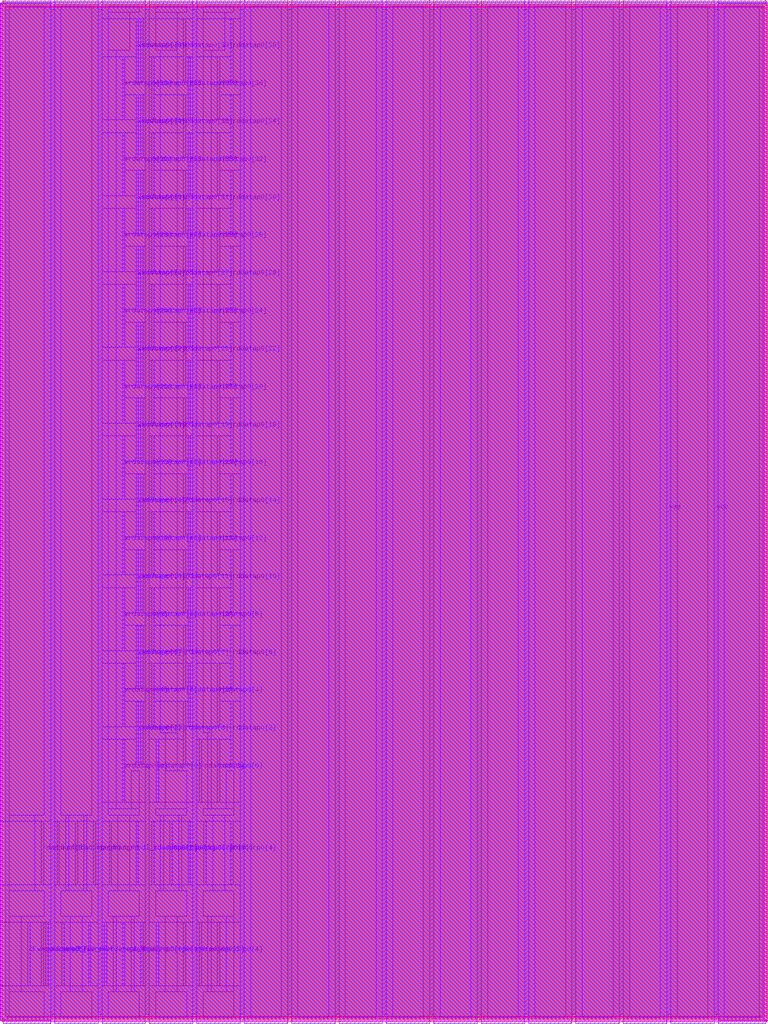
<source format=lef>
VERSION 5.8 ;
BUSBITCHARS "[]" ;
DIVIDERCHAR "/" ;

UNITS
  DATABASE MICRONS 4000 ;
END UNITS

PROPERTYDEFINITIONS
  MACRO hpml_layer STRING ;
  MACRO heml_layer STRING ;
END PROPERTYDEFINITIONS

MACRO arf038b064e1r1w0cbbehraa4acw
  CLASS BLOCK ;
  FOREIGN arf038b064e1r1w0cbbehraa4acw ;
  ORIGIN 0 0 ;
  SIZE 14.4 BY 19.2 ;
  PIN ckrdp0
    DIRECTION INPUT ;
    USE SIGNAL ;
    PORT
      LAYER m7 ;
        RECT 0.984 2.52 1.028 3.72 ;
    END
  END ckrdp0
  PIN ckwrp0
    DIRECTION INPUT ;
    USE SIGNAL ;
    PORT
      LAYER m7 ;
        RECT 0.428 0.6 0.472 1.8 ;
    END
  END ckwrp0
  PIN rdaddrp0[0]
    DIRECTION INPUT ;
    USE SIGNAL ;
    PORT
      LAYER m7 ;
        RECT 2.784 2.52 2.828 3.72 ;
    END
  END rdaddrp0[0]
  PIN rdaddrp0[1]
    DIRECTION INPUT ;
    USE SIGNAL ;
    PORT
      LAYER m7 ;
        RECT 3.128 2.52 3.172 3.72 ;
    END
  END rdaddrp0[1]
  PIN rdaddrp0[2]
    DIRECTION INPUT ;
    USE SIGNAL ;
    PORT
      LAYER m7 ;
        RECT 3.472 2.52 3.516 3.72 ;
    END
  END rdaddrp0[2]
  PIN rdaddrp0[3]
    DIRECTION INPUT ;
    USE SIGNAL ;
    PORT
      LAYER m7 ;
        RECT 3.772 2.52 3.816 3.72 ;
    END
  END rdaddrp0[3]
  PIN rdaddrp0[4]
    DIRECTION INPUT ;
    USE SIGNAL ;
    PORT
      LAYER m7 ;
        RECT 4.284 2.52 4.328 3.72 ;
    END
  END rdaddrp0[4]
  PIN rdaddrp0[5]
    DIRECTION INPUT ;
    USE SIGNAL ;
    PORT
      LAYER m7 ;
        RECT 0.684 2.52 0.728 3.72 ;
    END
  END rdaddrp0[5]
  PIN rdaddrp0_fd
    DIRECTION INPUT ;
    USE SIGNAL ;
    PORT
      LAYER m7 ;
        RECT 1.328 2.52 1.372 3.72 ;
    END
  END rdaddrp0_fd
  PIN rdaddrp0_rd
    DIRECTION INPUT ;
    USE SIGNAL ;
    PORT
      LAYER m7 ;
        RECT 1.672 2.52 1.716 3.72 ;
    END
  END rdaddrp0_rd
  PIN rdenp0
    DIRECTION INPUT ;
    USE SIGNAL ;
    PORT
      LAYER m7 ;
        RECT 1.972 2.52 2.016 3.72 ;
    END
  END rdenp0
  PIN sdl_initp0
    DIRECTION INPUT ;
    USE SIGNAL ;
    PORT
      LAYER m7 ;
        RECT 2.484 2.52 2.528 3.72 ;
    END
  END sdl_initp0
  PIN wraddrp0[0]
    DIRECTION INPUT ;
    USE SIGNAL ;
    PORT
      LAYER m7 ;
        RECT 2.572 0.6 2.616 1.8 ;
    END
  END wraddrp0[0]
  PIN wraddrp0[1]
    DIRECTION INPUT ;
    USE SIGNAL ;
    PORT
      LAYER m7 ;
        RECT 2.872 0.6 2.916 1.8 ;
    END
  END wraddrp0[1]
  PIN wraddrp0[2]
    DIRECTION INPUT ;
    USE SIGNAL ;
    PORT
      LAYER m7 ;
        RECT 3.384 0.6 3.428 1.8 ;
    END
  END wraddrp0[2]
  PIN wraddrp0[3]
    DIRECTION INPUT ;
    USE SIGNAL ;
    PORT
      LAYER m7 ;
        RECT 3.684 0.6 3.728 1.8 ;
    END
  END wraddrp0[3]
  PIN wraddrp0[4]
    DIRECTION INPUT ;
    USE SIGNAL ;
    PORT
      LAYER m7 ;
        RECT 4.028 0.6 4.072 1.8 ;
    END
  END wraddrp0[4]
  PIN wraddrp0[5]
    DIRECTION INPUT ;
    USE SIGNAL ;
    PORT
      LAYER m7 ;
        RECT 0.684 0.6 0.728 1.8 ;
    END
  END wraddrp0[5]
  PIN wraddrp0_fd
    DIRECTION INPUT ;
    USE SIGNAL ;
    PORT
      LAYER m7 ;
        RECT 0.772 0.6 0.816 1.8 ;
    END
  END wraddrp0_fd
  PIN wraddrp0_rd
    DIRECTION INPUT ;
    USE SIGNAL ;
    PORT
      LAYER m7 ;
        RECT 1.072 0.6 1.116 1.8 ;
    END
  END wraddrp0_rd
  PIN wrdatap0[0]
    DIRECTION INPUT ;
    USE SIGNAL ;
    PORT
      LAYER m7 ;
        RECT 2.872 4.08 2.916 5.28 ;
    END
  END wrdatap0[0]
  PIN wrdatap0[10]
    DIRECTION INPUT ;
    USE SIGNAL ;
    PORT
      LAYER m7 ;
        RECT 2.484 7.68 2.528 8.88 ;
    END
  END wrdatap0[10]
  PIN wrdatap0[11]
    DIRECTION INPUT ;
    USE SIGNAL ;
    PORT
      LAYER m7 ;
        RECT 2.572 7.68 2.616 8.88 ;
    END
  END wrdatap0[11]
  PIN wrdatap0[12]
    DIRECTION INPUT ;
    USE SIGNAL ;
    PORT
      LAYER m7 ;
        RECT 2.228 8.4 2.272 9.6 ;
    END
  END wrdatap0[12]
  PIN wrdatap0[13]
    DIRECTION INPUT ;
    USE SIGNAL ;
    PORT
      LAYER m7 ;
        RECT 2.784 8.4 2.828 9.6 ;
    END
  END wrdatap0[13]
  PIN wrdatap0[14]
    DIRECTION INPUT ;
    USE SIGNAL ;
    PORT
      LAYER m7 ;
        RECT 2.484 9.12 2.528 10.32 ;
    END
  END wrdatap0[14]
  PIN wrdatap0[15]
    DIRECTION INPUT ;
    USE SIGNAL ;
    PORT
      LAYER m7 ;
        RECT 2.572 9.12 2.616 10.32 ;
    END
  END wrdatap0[15]
  PIN wrdatap0[16]
    DIRECTION INPUT ;
    USE SIGNAL ;
    PORT
      LAYER m7 ;
        RECT 2.228 9.84 2.272 11.04 ;
    END
  END wrdatap0[16]
  PIN wrdatap0[17]
    DIRECTION INPUT ;
    USE SIGNAL ;
    PORT
      LAYER m7 ;
        RECT 2.784 9.84 2.828 11.04 ;
    END
  END wrdatap0[17]
  PIN wrdatap0[18]
    DIRECTION INPUT ;
    USE SIGNAL ;
    PORT
      LAYER m7 ;
        RECT 2.484 10.56 2.528 11.76 ;
    END
  END wrdatap0[18]
  PIN wrdatap0[19]
    DIRECTION INPUT ;
    USE SIGNAL ;
    PORT
      LAYER m7 ;
        RECT 2.572 10.56 2.616 11.76 ;
    END
  END wrdatap0[19]
  PIN wrdatap0[1]
    DIRECTION INPUT ;
    USE SIGNAL ;
    PORT
      LAYER m7 ;
        RECT 2.228 4.08 2.272 5.28 ;
    END
  END wrdatap0[1]
  PIN wrdatap0[20]
    DIRECTION INPUT ;
    USE SIGNAL ;
    PORT
      LAYER m7 ;
        RECT 2.228 11.28 2.272 12.48 ;
    END
  END wrdatap0[20]
  PIN wrdatap0[21]
    DIRECTION INPUT ;
    USE SIGNAL ;
    PORT
      LAYER m7 ;
        RECT 2.784 11.28 2.828 12.48 ;
    END
  END wrdatap0[21]
  PIN wrdatap0[22]
    DIRECTION INPUT ;
    USE SIGNAL ;
    PORT
      LAYER m7 ;
        RECT 2.484 12 2.528 13.2 ;
    END
  END wrdatap0[22]
  PIN wrdatap0[23]
    DIRECTION INPUT ;
    USE SIGNAL ;
    PORT
      LAYER m7 ;
        RECT 2.572 12 2.616 13.2 ;
    END
  END wrdatap0[23]
  PIN wrdatap0[24]
    DIRECTION INPUT ;
    USE SIGNAL ;
    PORT
      LAYER m7 ;
        RECT 2.228 12.72 2.272 13.92 ;
    END
  END wrdatap0[24]
  PIN wrdatap0[25]
    DIRECTION INPUT ;
    USE SIGNAL ;
    PORT
      LAYER m7 ;
        RECT 2.784 12.72 2.828 13.92 ;
    END
  END wrdatap0[25]
  PIN wrdatap0[26]
    DIRECTION INPUT ;
    USE SIGNAL ;
    PORT
      LAYER m7 ;
        RECT 2.484 13.44 2.528 14.64 ;
    END
  END wrdatap0[26]
  PIN wrdatap0[27]
    DIRECTION INPUT ;
    USE SIGNAL ;
    PORT
      LAYER m7 ;
        RECT 2.572 13.44 2.616 14.64 ;
    END
  END wrdatap0[27]
  PIN wrdatap0[28]
    DIRECTION INPUT ;
    USE SIGNAL ;
    PORT
      LAYER m7 ;
        RECT 2.228 14.16 2.272 15.36 ;
    END
  END wrdatap0[28]
  PIN wrdatap0[29]
    DIRECTION INPUT ;
    USE SIGNAL ;
    PORT
      LAYER m7 ;
        RECT 2.784 14.16 2.828 15.36 ;
    END
  END wrdatap0[29]
  PIN wrdatap0[2]
    DIRECTION INPUT ;
    USE SIGNAL ;
    PORT
      LAYER m7 ;
        RECT 2.484 4.8 2.528 6 ;
    END
  END wrdatap0[2]
  PIN wrdatap0[30]
    DIRECTION INPUT ;
    USE SIGNAL ;
    PORT
      LAYER m7 ;
        RECT 2.484 14.88 2.528 16.08 ;
    END
  END wrdatap0[30]
  PIN wrdatap0[31]
    DIRECTION INPUT ;
    USE SIGNAL ;
    PORT
      LAYER m7 ;
        RECT 2.572 14.88 2.616 16.08 ;
    END
  END wrdatap0[31]
  PIN wrdatap0[32]
    DIRECTION INPUT ;
    USE SIGNAL ;
    PORT
      LAYER m7 ;
        RECT 2.228 15.6 2.272 16.8 ;
    END
  END wrdatap0[32]
  PIN wrdatap0[33]
    DIRECTION INPUT ;
    USE SIGNAL ;
    PORT
      LAYER m7 ;
        RECT 2.784 15.6 2.828 16.8 ;
    END
  END wrdatap0[33]
  PIN wrdatap0[34]
    DIRECTION INPUT ;
    USE SIGNAL ;
    PORT
      LAYER m7 ;
        RECT 2.484 16.32 2.528 17.52 ;
    END
  END wrdatap0[34]
  PIN wrdatap0[35]
    DIRECTION INPUT ;
    USE SIGNAL ;
    PORT
      LAYER m7 ;
        RECT 2.572 16.32 2.616 17.52 ;
    END
  END wrdatap0[35]
  PIN wrdatap0[36]
    DIRECTION INPUT ;
    USE SIGNAL ;
    PORT
      LAYER m7 ;
        RECT 2.228 17.04 2.272 18.24 ;
    END
  END wrdatap0[36]
  PIN wrdatap0[37]
    DIRECTION INPUT ;
    USE SIGNAL ;
    PORT
      LAYER m7 ;
        RECT 2.784 17.04 2.828 18.24 ;
    END
  END wrdatap0[37]
  PIN wrdatap0[38]
    DIRECTION INPUT ;
    USE SIGNAL ;
    PORT
      LAYER m7 ;
        RECT 2.484 17.76 2.528 18.96 ;
    END
  END wrdatap0[38]
  PIN wrdatap0[39]
    DIRECTION INPUT ;
    USE SIGNAL ;
    PORT
      LAYER m7 ;
        RECT 2.572 17.76 2.616 18.96 ;
    END
  END wrdatap0[39]
  PIN wrdatap0[3]
    DIRECTION INPUT ;
    USE SIGNAL ;
    PORT
      LAYER m7 ;
        RECT 2.572 4.8 2.616 6 ;
    END
  END wrdatap0[3]
  PIN wrdatap0[4]
    DIRECTION INPUT ;
    USE SIGNAL ;
    PORT
      LAYER m7 ;
        RECT 2.228 5.52 2.272 6.72 ;
    END
  END wrdatap0[4]
  PIN wrdatap0[5]
    DIRECTION INPUT ;
    USE SIGNAL ;
    PORT
      LAYER m7 ;
        RECT 2.784 5.52 2.828 6.72 ;
    END
  END wrdatap0[5]
  PIN wrdatap0[6]
    DIRECTION INPUT ;
    USE SIGNAL ;
    PORT
      LAYER m7 ;
        RECT 2.484 6.24 2.528 7.44 ;
    END
  END wrdatap0[6]
  PIN wrdatap0[7]
    DIRECTION INPUT ;
    USE SIGNAL ;
    PORT
      LAYER m7 ;
        RECT 2.572 6.24 2.616 7.44 ;
    END
  END wrdatap0[7]
  PIN wrdatap0[8]
    DIRECTION INPUT ;
    USE SIGNAL ;
    PORT
      LAYER m7 ;
        RECT 2.228 6.96 2.272 8.16 ;
    END
  END wrdatap0[8]
  PIN wrdatap0[9]
    DIRECTION INPUT ;
    USE SIGNAL ;
    PORT
      LAYER m7 ;
        RECT 2.784 6.96 2.828 8.16 ;
    END
  END wrdatap0[9]
  PIN wrdatap0_fd
    DIRECTION INPUT ;
    USE SIGNAL ;
    PORT
      LAYER m7 ;
        RECT 1.884 0.6 1.928 1.8 ;
    END
  END wrdatap0_fd
  PIN wrdatap0_rd
    DIRECTION INPUT ;
    USE SIGNAL ;
    PORT
      LAYER m7 ;
        RECT 2.228 0.6 2.272 1.8 ;
    END
  END wrdatap0_rd
  PIN wrenp0
    DIRECTION INPUT ;
    USE SIGNAL ;
    PORT
      LAYER m7 ;
        RECT 1.584 0.6 1.628 1.8 ;
    END
  END wrenp0
  PIN rddatap0[0]
    DIRECTION OUTPUT ;
    USE SIGNAL ;
    PORT
      LAYER m7 ;
        RECT 4.028 4.08 4.072 5.28 ;
    END
  END rddatap0[0]
  PIN rddatap0[10]
    DIRECTION OUTPUT ;
    USE SIGNAL ;
    PORT
      LAYER m7 ;
        RECT 4.284 7.68 4.328 8.88 ;
    END
  END rddatap0[10]
  PIN rddatap0[11]
    DIRECTION OUTPUT ;
    USE SIGNAL ;
    PORT
      LAYER m7 ;
        RECT 3.384 7.68 3.428 8.88 ;
    END
  END rddatap0[11]
  PIN rddatap0[12]
    DIRECTION OUTPUT ;
    USE SIGNAL ;
    PORT
      LAYER m7 ;
        RECT 4.028 8.4 4.072 9.6 ;
    END
  END rddatap0[12]
  PIN rddatap0[13]
    DIRECTION OUTPUT ;
    USE SIGNAL ;
    PORT
      LAYER m7 ;
        RECT 3.472 8.4 3.516 9.6 ;
    END
  END rddatap0[13]
  PIN rddatap0[14]
    DIRECTION OUTPUT ;
    USE SIGNAL ;
    PORT
      LAYER m7 ;
        RECT 4.284 9.12 4.328 10.32 ;
    END
  END rddatap0[14]
  PIN rddatap0[15]
    DIRECTION OUTPUT ;
    USE SIGNAL ;
    PORT
      LAYER m7 ;
        RECT 3.384 9.12 3.428 10.32 ;
    END
  END rddatap0[15]
  PIN rddatap0[16]
    DIRECTION OUTPUT ;
    USE SIGNAL ;
    PORT
      LAYER m7 ;
        RECT 4.028 9.84 4.072 11.04 ;
    END
  END rddatap0[16]
  PIN rddatap0[17]
    DIRECTION OUTPUT ;
    USE SIGNAL ;
    PORT
      LAYER m7 ;
        RECT 3.472 9.84 3.516 11.04 ;
    END
  END rddatap0[17]
  PIN rddatap0[18]
    DIRECTION OUTPUT ;
    USE SIGNAL ;
    PORT
      LAYER m7 ;
        RECT 4.284 10.56 4.328 11.76 ;
    END
  END rddatap0[18]
  PIN rddatap0[19]
    DIRECTION OUTPUT ;
    USE SIGNAL ;
    PORT
      LAYER m7 ;
        RECT 3.384 10.56 3.428 11.76 ;
    END
  END rddatap0[19]
  PIN rddatap0[1]
    DIRECTION OUTPUT ;
    USE SIGNAL ;
    PORT
      LAYER m7 ;
        RECT 3.684 4.08 3.728 5.28 ;
    END
  END rddatap0[1]
  PIN rddatap0[20]
    DIRECTION OUTPUT ;
    USE SIGNAL ;
    PORT
      LAYER m7 ;
        RECT 4.028 11.28 4.072 12.48 ;
    END
  END rddatap0[20]
  PIN rddatap0[21]
    DIRECTION OUTPUT ;
    USE SIGNAL ;
    PORT
      LAYER m7 ;
        RECT 3.472 11.28 3.516 12.48 ;
    END
  END rddatap0[21]
  PIN rddatap0[22]
    DIRECTION OUTPUT ;
    USE SIGNAL ;
    PORT
      LAYER m7 ;
        RECT 4.284 12 4.328 13.2 ;
    END
  END rddatap0[22]
  PIN rddatap0[23]
    DIRECTION OUTPUT ;
    USE SIGNAL ;
    PORT
      LAYER m7 ;
        RECT 3.384 12 3.428 13.2 ;
    END
  END rddatap0[23]
  PIN rddatap0[24]
    DIRECTION OUTPUT ;
    USE SIGNAL ;
    PORT
      LAYER m7 ;
        RECT 4.028 12.72 4.072 13.92 ;
    END
  END rddatap0[24]
  PIN rddatap0[25]
    DIRECTION OUTPUT ;
    USE SIGNAL ;
    PORT
      LAYER m7 ;
        RECT 3.472 12.72 3.516 13.92 ;
    END
  END rddatap0[25]
  PIN rddatap0[26]
    DIRECTION OUTPUT ;
    USE SIGNAL ;
    PORT
      LAYER m7 ;
        RECT 4.284 13.44 4.328 14.64 ;
    END
  END rddatap0[26]
  PIN rddatap0[27]
    DIRECTION OUTPUT ;
    USE SIGNAL ;
    PORT
      LAYER m7 ;
        RECT 3.384 13.44 3.428 14.64 ;
    END
  END rddatap0[27]
  PIN rddatap0[28]
    DIRECTION OUTPUT ;
    USE SIGNAL ;
    PORT
      LAYER m7 ;
        RECT 4.028 14.16 4.072 15.36 ;
    END
  END rddatap0[28]
  PIN rddatap0[29]
    DIRECTION OUTPUT ;
    USE SIGNAL ;
    PORT
      LAYER m7 ;
        RECT 3.472 14.16 3.516 15.36 ;
    END
  END rddatap0[29]
  PIN rddatap0[2]
    DIRECTION OUTPUT ;
    USE SIGNAL ;
    PORT
      LAYER m7 ;
        RECT 4.284 4.8 4.328 6 ;
    END
  END rddatap0[2]
  PIN rddatap0[30]
    DIRECTION OUTPUT ;
    USE SIGNAL ;
    PORT
      LAYER m7 ;
        RECT 4.284 14.88 4.328 16.08 ;
    END
  END rddatap0[30]
  PIN rddatap0[31]
    DIRECTION OUTPUT ;
    USE SIGNAL ;
    PORT
      LAYER m7 ;
        RECT 3.384 14.88 3.428 16.08 ;
    END
  END rddatap0[31]
  PIN rddatap0[32]
    DIRECTION OUTPUT ;
    USE SIGNAL ;
    PORT
      LAYER m7 ;
        RECT 4.028 15.6 4.072 16.8 ;
    END
  END rddatap0[32]
  PIN rddatap0[33]
    DIRECTION OUTPUT ;
    USE SIGNAL ;
    PORT
      LAYER m7 ;
        RECT 3.472 15.6 3.516 16.8 ;
    END
  END rddatap0[33]
  PIN rddatap0[34]
    DIRECTION OUTPUT ;
    USE SIGNAL ;
    PORT
      LAYER m7 ;
        RECT 4.284 16.32 4.328 17.52 ;
    END
  END rddatap0[34]
  PIN rddatap0[35]
    DIRECTION OUTPUT ;
    USE SIGNAL ;
    PORT
      LAYER m7 ;
        RECT 3.384 16.32 3.428 17.52 ;
    END
  END rddatap0[35]
  PIN rddatap0[36]
    DIRECTION OUTPUT ;
    USE SIGNAL ;
    PORT
      LAYER m7 ;
        RECT 4.028 17.04 4.072 18.24 ;
    END
  END rddatap0[36]
  PIN rddatap0[37]
    DIRECTION OUTPUT ;
    USE SIGNAL ;
    PORT
      LAYER m7 ;
        RECT 3.472 17.04 3.516 18.24 ;
    END
  END rddatap0[37]
  PIN rddatap0[38]
    DIRECTION OUTPUT ;
    USE SIGNAL ;
    PORT
      LAYER m7 ;
        RECT 4.284 17.76 4.328 18.96 ;
    END
  END rddatap0[38]
  PIN rddatap0[39]
    DIRECTION OUTPUT ;
    USE SIGNAL ;
    PORT
      LAYER m7 ;
        RECT 3.384 17.76 3.428 18.96 ;
    END
  END rddatap0[39]
  PIN rddatap0[3]
    DIRECTION OUTPUT ;
    USE SIGNAL ;
    PORT
      LAYER m7 ;
        RECT 3.384 4.8 3.428 6 ;
    END
  END rddatap0[3]
  PIN rddatap0[4]
    DIRECTION OUTPUT ;
    USE SIGNAL ;
    PORT
      LAYER m7 ;
        RECT 4.028 5.52 4.072 6.72 ;
    END
  END rddatap0[4]
  PIN rddatap0[5]
    DIRECTION OUTPUT ;
    USE SIGNAL ;
    PORT
      LAYER m7 ;
        RECT 3.472 5.52 3.516 6.72 ;
    END
  END rddatap0[5]
  PIN rddatap0[6]
    DIRECTION OUTPUT ;
    USE SIGNAL ;
    PORT
      LAYER m7 ;
        RECT 4.284 6.24 4.328 7.44 ;
    END
  END rddatap0[6]
  PIN rddatap0[7]
    DIRECTION OUTPUT ;
    USE SIGNAL ;
    PORT
      LAYER m7 ;
        RECT 3.384 6.24 3.428 7.44 ;
    END
  END rddatap0[7]
  PIN rddatap0[8]
    DIRECTION OUTPUT ;
    USE SIGNAL ;
    PORT
      LAYER m7 ;
        RECT 4.028 6.96 4.072 8.16 ;
    END
  END rddatap0[8]
  PIN rddatap0[9]
    DIRECTION OUTPUT ;
    USE SIGNAL ;
    PORT
      LAYER m7 ;
        RECT 3.472 6.96 3.516 8.16 ;
    END
  END rddatap0[9]
  PIN vcc
    DIRECTION INPUT ;
    USE POWER ;
    PORT
      LAYER m7 ;
        RECT 0.862 0.06 0.938 19.14 ;
        RECT 2.662 0.06 2.738 19.14 ;
        RECT 4.462 0.06 4.538 19.14 ;
        RECT 6.262 0.06 6.338 19.14 ;
        RECT 8.062 0.06 8.138 19.14 ;
        RECT 9.862 0.06 9.938 19.14 ;
        RECT 11.662 0.06 11.738 19.14 ;
        RECT 13.462 0.06 13.538 19.14 ;
    END
  END vcc
  PIN vss
    DIRECTION INOUT ;
    USE GROUND ;
    PORT
      LAYER m7 ;
        RECT 1.762 0.06 1.838 19.14 ;
        RECT 3.562 0.06 3.638 19.14 ;
        RECT 5.362 0.06 5.438 19.14 ;
        RECT 7.162 0.06 7.238 19.14 ;
        RECT 8.962 0.06 9.038 19.14 ;
        RECT 10.762 0.06 10.838 19.14 ;
        RECT 12.562 0.06 12.638 19.14 ;
    END
  END vss
  OBS
    LAYER m0 SPACING 0 ;
      RECT -0.016 -0.014 14.416 19.214 ;
    LAYER m1 SPACING 0 ;
      RECT -0.02 -0.02 14.42 19.22 ;
    LAYER m2 SPACING 0 ;
      RECT -0.0705 -0.038 14.4705 19.238 ;
    LAYER m3 SPACING 0 ;
      RECT -0.035 -0.07 14.435 19.27 ;
    LAYER m4 SPACING 0 ;
      RECT -0.07 -0.038 14.47 19.238 ;
    LAYER m5 SPACING 0 ;
      RECT -0.059 -0.09 14.459 19.29 ;
    LAYER m6 SPACING 0 ;
      RECT -0.09 -0.062 14.49 19.262 ;
    LAYER m7 SPACING 0 ;
      RECT 13.538 19.26 14.44 19.32 ;
      RECT 13.538 -0.06 14.492 19.26 ;
      RECT 13.538 -0.12 14.44 -0.06 ;
      RECT 12.638 -0.12 13.462 19.32 ;
      RECT 11.738 -0.12 12.562 19.32 ;
      RECT 10.838 -0.12 11.662 19.32 ;
      RECT 9.938 -0.12 10.762 19.32 ;
      RECT 9.038 -0.12 9.862 19.32 ;
      RECT 8.138 -0.12 8.962 19.32 ;
      RECT 7.238 -0.12 8.062 19.32 ;
      RECT 6.338 -0.12 7.162 19.32 ;
      RECT 5.438 -0.12 6.262 19.32 ;
      RECT 4.538 -0.12 5.362 19.32 ;
      RECT 3.638 18.96 4.462 19.32 ;
      RECT 3.638 18.24 4.284 18.96 ;
      RECT 4.328 17.76 4.462 18.96 ;
      RECT 4.072 17.76 4.284 18.24 ;
      RECT 4.072 17.52 4.462 17.76 ;
      RECT 3.638 17.04 4.028 18.24 ;
      RECT 4.072 17.04 4.284 17.52 ;
      RECT 3.638 16.8 4.284 17.04 ;
      RECT 4.328 16.32 4.462 17.52 ;
      RECT 4.072 16.32 4.284 16.8 ;
      RECT 4.072 16.08 4.462 16.32 ;
      RECT 3.638 15.6 4.028 16.8 ;
      RECT 4.072 15.6 4.284 16.08 ;
      RECT 3.638 15.36 4.284 15.6 ;
      RECT 4.328 14.88 4.462 16.08 ;
      RECT 4.072 14.88 4.284 15.36 ;
      RECT 4.072 14.64 4.462 14.88 ;
      RECT 3.638 14.16 4.028 15.36 ;
      RECT 4.072 14.16 4.284 14.64 ;
      RECT 3.638 13.92 4.284 14.16 ;
      RECT 4.328 13.44 4.462 14.64 ;
      RECT 4.072 13.44 4.284 13.92 ;
      RECT 4.072 13.2 4.462 13.44 ;
      RECT 3.638 12.72 4.028 13.92 ;
      RECT 4.072 12.72 4.284 13.2 ;
      RECT 3.638 12.48 4.284 12.72 ;
      RECT 4.328 12 4.462 13.2 ;
      RECT 4.072 12 4.284 12.48 ;
      RECT 4.072 11.76 4.462 12 ;
      RECT 3.638 11.28 4.028 12.48 ;
      RECT 4.072 11.28 4.284 11.76 ;
      RECT 3.638 11.04 4.284 11.28 ;
      RECT 4.328 10.56 4.462 11.76 ;
      RECT 4.072 10.56 4.284 11.04 ;
      RECT 4.072 10.32 4.462 10.56 ;
      RECT 3.638 9.84 4.028 11.04 ;
      RECT 4.072 9.84 4.284 10.32 ;
      RECT 3.638 9.6 4.284 9.84 ;
      RECT 4.328 9.12 4.462 10.32 ;
      RECT 4.072 9.12 4.284 9.6 ;
      RECT 4.072 8.88 4.462 9.12 ;
      RECT 3.638 8.4 4.028 9.6 ;
      RECT 4.072 8.4 4.284 8.88 ;
      RECT 3.638 8.16 4.284 8.4 ;
      RECT 4.328 7.68 4.462 8.88 ;
      RECT 4.072 7.68 4.284 8.16 ;
      RECT 4.072 7.44 4.462 7.68 ;
      RECT 3.638 6.96 4.028 8.16 ;
      RECT 4.072 6.96 4.284 7.44 ;
      RECT 3.638 6.72 4.284 6.96 ;
      RECT 4.328 6.24 4.462 7.44 ;
      RECT 4.072 6.24 4.284 6.72 ;
      RECT 4.072 6 4.462 6.24 ;
      RECT 3.638 5.52 4.028 6.72 ;
      RECT 4.072 5.52 4.284 6 ;
      RECT 3.638 5.28 4.284 5.52 ;
      RECT 4.328 4.8 4.462 6 ;
      RECT 4.072 4.8 4.284 5.28 ;
      RECT 3.638 4.08 3.684 5.28 ;
      RECT 3.728 4.08 4.028 5.28 ;
      RECT 4.072 4.08 4.462 4.8 ;
      RECT 3.638 3.72 4.462 4.08 ;
      RECT 3.638 2.52 3.772 3.72 ;
      RECT 3.816 2.52 4.284 3.72 ;
      RECT 4.328 2.52 4.462 3.72 ;
      RECT 3.638 1.8 4.462 2.52 ;
      RECT 3.638 0.6 3.684 1.8 ;
      RECT 3.728 0.6 4.028 1.8 ;
      RECT 4.072 0.6 4.462 1.8 ;
      RECT 3.638 -0.12 4.462 0.6 ;
      RECT 2.738 18.96 3.562 19.32 ;
      RECT 2.738 18.24 3.384 18.96 ;
      RECT 3.428 18.24 3.562 18.96 ;
      RECT 2.828 17.76 3.384 18.24 ;
      RECT 3.428 17.76 3.472 18.24 ;
      RECT 2.828 17.52 3.472 17.76 ;
      RECT 2.738 17.04 2.784 18.24 ;
      RECT 3.516 17.04 3.562 18.24 ;
      RECT 2.828 17.04 3.384 17.52 ;
      RECT 3.428 17.04 3.472 17.52 ;
      RECT 2.738 16.8 3.384 17.04 ;
      RECT 3.428 16.8 3.562 17.04 ;
      RECT 2.828 16.32 3.384 16.8 ;
      RECT 3.428 16.32 3.472 16.8 ;
      RECT 2.828 16.08 3.472 16.32 ;
      RECT 2.738 15.6 2.784 16.8 ;
      RECT 3.516 15.6 3.562 16.8 ;
      RECT 2.828 15.6 3.384 16.08 ;
      RECT 3.428 15.6 3.472 16.08 ;
      RECT 2.738 15.36 3.384 15.6 ;
      RECT 3.428 15.36 3.562 15.6 ;
      RECT 2.828 14.88 3.384 15.36 ;
      RECT 3.428 14.88 3.472 15.36 ;
      RECT 2.828 14.64 3.472 14.88 ;
      RECT 2.738 14.16 2.784 15.36 ;
      RECT 3.516 14.16 3.562 15.36 ;
      RECT 2.828 14.16 3.384 14.64 ;
      RECT 3.428 14.16 3.472 14.64 ;
      RECT 2.738 13.92 3.384 14.16 ;
      RECT 3.428 13.92 3.562 14.16 ;
      RECT 2.828 13.44 3.384 13.92 ;
      RECT 3.428 13.44 3.472 13.92 ;
      RECT 2.828 13.2 3.472 13.44 ;
      RECT 2.738 12.72 2.784 13.92 ;
      RECT 3.516 12.72 3.562 13.92 ;
      RECT 2.828 12.72 3.384 13.2 ;
      RECT 3.428 12.72 3.472 13.2 ;
      RECT 2.738 12.48 3.384 12.72 ;
      RECT 3.428 12.48 3.562 12.72 ;
      RECT 2.828 12 3.384 12.48 ;
      RECT 3.428 12 3.472 12.48 ;
      RECT 2.828 11.76 3.472 12 ;
      RECT 2.738 11.28 2.784 12.48 ;
      RECT 3.516 11.28 3.562 12.48 ;
      RECT 2.828 11.28 3.384 11.76 ;
      RECT 3.428 11.28 3.472 11.76 ;
      RECT 2.738 11.04 3.384 11.28 ;
      RECT 3.428 11.04 3.562 11.28 ;
      RECT 2.828 10.56 3.384 11.04 ;
      RECT 3.428 10.56 3.472 11.04 ;
      RECT 2.828 10.32 3.472 10.56 ;
      RECT 2.738 9.84 2.784 11.04 ;
      RECT 3.516 9.84 3.562 11.04 ;
      RECT 2.828 9.84 3.384 10.32 ;
      RECT 3.428 9.84 3.472 10.32 ;
      RECT 2.738 9.6 3.384 9.84 ;
      RECT 3.428 9.6 3.562 9.84 ;
      RECT 2.828 9.12 3.384 9.6 ;
      RECT 3.428 9.12 3.472 9.6 ;
      RECT 2.828 8.88 3.472 9.12 ;
      RECT 2.738 8.4 2.784 9.6 ;
      RECT 3.516 8.4 3.562 9.6 ;
      RECT 2.828 8.4 3.384 8.88 ;
      RECT 3.428 8.4 3.472 8.88 ;
      RECT 2.738 8.16 3.384 8.4 ;
      RECT 3.428 8.16 3.562 8.4 ;
      RECT 2.828 7.68 3.384 8.16 ;
      RECT 3.428 7.68 3.472 8.16 ;
      RECT 2.828 7.44 3.472 7.68 ;
      RECT 2.738 6.96 2.784 8.16 ;
      RECT 3.516 6.96 3.562 8.16 ;
      RECT 2.828 6.96 3.384 7.44 ;
      RECT 3.428 6.96 3.472 7.44 ;
      RECT 2.738 6.72 3.384 6.96 ;
      RECT 3.428 6.72 3.562 6.96 ;
      RECT 2.828 6.24 3.384 6.72 ;
      RECT 3.428 6.24 3.472 6.72 ;
      RECT 2.828 6 3.472 6.24 ;
      RECT 2.738 5.52 2.784 6.72 ;
      RECT 3.516 5.52 3.562 6.72 ;
      RECT 2.828 5.52 3.384 6 ;
      RECT 3.428 5.52 3.472 6 ;
      RECT 2.738 5.28 3.384 5.52 ;
      RECT 3.428 4.8 3.562 5.52 ;
      RECT 2.916 4.8 3.384 5.28 ;
      RECT 2.738 4.08 2.872 5.28 ;
      RECT 2.916 4.08 3.562 4.8 ;
      RECT 2.738 3.72 3.562 4.08 ;
      RECT 2.738 2.52 2.784 3.72 ;
      RECT 2.828 2.52 3.128 3.72 ;
      RECT 3.172 2.52 3.472 3.72 ;
      RECT 3.516 2.52 3.562 3.72 ;
      RECT 2.738 1.8 3.562 2.52 ;
      RECT 2.738 0.6 2.872 1.8 ;
      RECT 2.916 0.6 3.384 1.8 ;
      RECT 3.428 0.6 3.562 1.8 ;
      RECT 2.738 -0.12 3.562 0.6 ;
      RECT 1.838 18.96 2.662 19.32 ;
      RECT 1.838 18.24 2.484 18.96 ;
      RECT 2.528 17.76 2.572 18.96 ;
      RECT 2.616 17.76 2.662 18.96 ;
      RECT 2.272 17.76 2.484 18.24 ;
      RECT 2.272 17.52 2.662 17.76 ;
      RECT 1.838 17.04 2.228 18.24 ;
      RECT 2.272 17.04 2.484 17.52 ;
      RECT 1.838 16.8 2.484 17.04 ;
      RECT 2.528 16.32 2.572 17.52 ;
      RECT 2.616 16.32 2.662 17.52 ;
      RECT 2.272 16.32 2.484 16.8 ;
      RECT 2.272 16.08 2.662 16.32 ;
      RECT 1.838 15.6 2.228 16.8 ;
      RECT 2.272 15.6 2.484 16.08 ;
      RECT 1.838 15.36 2.484 15.6 ;
      RECT 2.528 14.88 2.572 16.08 ;
      RECT 2.616 14.88 2.662 16.08 ;
      RECT 2.272 14.88 2.484 15.36 ;
      RECT 2.272 14.64 2.662 14.88 ;
      RECT 1.838 14.16 2.228 15.36 ;
      RECT 2.272 14.16 2.484 14.64 ;
      RECT 1.838 13.92 2.484 14.16 ;
      RECT 2.528 13.44 2.572 14.64 ;
      RECT 2.616 13.44 2.662 14.64 ;
      RECT 2.272 13.44 2.484 13.92 ;
      RECT 2.272 13.2 2.662 13.44 ;
      RECT 1.838 12.72 2.228 13.92 ;
      RECT 2.272 12.72 2.484 13.2 ;
      RECT 1.838 12.48 2.484 12.72 ;
      RECT 2.528 12 2.572 13.2 ;
      RECT 2.616 12 2.662 13.2 ;
      RECT 2.272 12 2.484 12.48 ;
      RECT 2.272 11.76 2.662 12 ;
      RECT 1.838 11.28 2.228 12.48 ;
      RECT 2.272 11.28 2.484 11.76 ;
      RECT 1.838 11.04 2.484 11.28 ;
      RECT 2.528 10.56 2.572 11.76 ;
      RECT 2.616 10.56 2.662 11.76 ;
      RECT 2.272 10.56 2.484 11.04 ;
      RECT 2.272 10.32 2.662 10.56 ;
      RECT 1.838 9.84 2.228 11.04 ;
      RECT 2.272 9.84 2.484 10.32 ;
      RECT 1.838 9.6 2.484 9.84 ;
      RECT 2.528 9.12 2.572 10.32 ;
      RECT 2.616 9.12 2.662 10.32 ;
      RECT 2.272 9.12 2.484 9.6 ;
      RECT 2.272 8.88 2.662 9.12 ;
      RECT 1.838 8.4 2.228 9.6 ;
      RECT 2.272 8.4 2.484 8.88 ;
      RECT 1.838 8.16 2.484 8.4 ;
      RECT 2.528 7.68 2.572 8.88 ;
      RECT 2.616 7.68 2.662 8.88 ;
      RECT 2.272 7.68 2.484 8.16 ;
      RECT 2.272 7.44 2.662 7.68 ;
      RECT 1.838 6.96 2.228 8.16 ;
      RECT 2.272 6.96 2.484 7.44 ;
      RECT 1.838 6.72 2.484 6.96 ;
      RECT 2.528 6.24 2.572 7.44 ;
      RECT 2.616 6.24 2.662 7.44 ;
      RECT 2.272 6.24 2.484 6.72 ;
      RECT 2.272 6 2.662 6.24 ;
      RECT 1.838 5.52 2.228 6.72 ;
      RECT 2.272 5.52 2.484 6 ;
      RECT 1.838 5.28 2.484 5.52 ;
      RECT 2.528 4.8 2.572 6 ;
      RECT 2.616 4.8 2.662 6 ;
      RECT 2.272 4.8 2.484 5.28 ;
      RECT 1.838 4.08 2.228 5.28 ;
      RECT 2.272 4.08 2.662 4.8 ;
      RECT 1.838 3.72 2.662 4.08 ;
      RECT 1.838 2.52 1.972 3.72 ;
      RECT 2.016 2.52 2.484 3.72 ;
      RECT 2.528 2.52 2.662 3.72 ;
      RECT 1.838 1.8 2.662 2.52 ;
      RECT 1.838 0.6 1.884 1.8 ;
      RECT 1.928 0.6 2.228 1.8 ;
      RECT 2.272 0.6 2.572 1.8 ;
      RECT 2.616 0.6 2.662 1.8 ;
      RECT 1.838 -0.12 2.662 0.6 ;
      RECT 0.938 3.72 1.762 19.32 ;
      RECT 0.938 2.52 0.984 3.72 ;
      RECT 1.028 2.52 1.328 3.72 ;
      RECT 1.372 2.52 1.672 3.72 ;
      RECT 1.716 2.52 1.762 3.72 ;
      RECT 0.938 1.8 1.762 2.52 ;
      RECT 0.938 0.6 1.072 1.8 ;
      RECT 1.116 0.6 1.584 1.8 ;
      RECT 1.628 0.6 1.762 1.8 ;
      RECT 0.938 -0.12 1.762 0.6 ;
      RECT -0.04 19.26 0.862 19.32 ;
      RECT -0.092 3.72 0.862 19.26 ;
      RECT -0.092 2.52 0.684 3.72 ;
      RECT 0.728 2.52 0.862 3.72 ;
      RECT -0.092 1.8 0.862 2.52 ;
      RECT -0.092 0.6 0.428 1.8 ;
      RECT 0.472 0.6 0.684 1.8 ;
      RECT 0.728 0.6 0.772 1.8 ;
      RECT 0.816 0.6 0.862 1.8 ;
      RECT -0.092 -0.06 0.862 0.6 ;
      RECT -0.04 -0.12 0.862 -0.06 ;
    LAYER m7 ;
      RECT 13.658 0 14.32 19.2 ;
      RECT 12.758 0 13.342 19.2 ;
      RECT 11.858 0 12.442 19.2 ;
      RECT 10.958 0 11.542 19.2 ;
      RECT 10.058 0 10.642 19.2 ;
      RECT 9.158 0 9.742 19.2 ;
      RECT 8.258 0 8.842 19.2 ;
      RECT 7.358 0 7.942 19.2 ;
      RECT 6.458 0 7.042 19.2 ;
      RECT 5.558 0 6.142 19.2 ;
      RECT 4.658 0 5.242 19.2 ;
      RECT 3.758 19.08 4.342 19.2 ;
      RECT 3.758 18.36 4.164 19.08 ;
      RECT 3.758 5.4 3.908 18.36 ;
      RECT 3.848 3.96 3.908 5.4 ;
      RECT 4.192 3.96 4.342 4.68 ;
      RECT 3.758 3.84 4.342 3.96 ;
      RECT 3.936 2.4 4.164 3.84 ;
      RECT 3.758 1.92 4.342 2.4 ;
      RECT 3.848 0.48 3.908 1.92 ;
      RECT 4.192 0.48 4.342 1.92 ;
      RECT 3.758 0 4.342 0.48 ;
      RECT 2.858 19.08 3.442 19.2 ;
      RECT 2.858 18.36 3.264 19.08 ;
      RECT 2.948 5.4 3.264 18.36 ;
      RECT 3.036 4.68 3.264 5.4 ;
      RECT 3.036 3.96 3.442 4.68 ;
      RECT 2.858 3.84 3.442 3.96 ;
      RECT 2.948 2.4 3.008 3.84 ;
      RECT 3.292 2.4 3.352 3.84 ;
      RECT 2.858 1.92 3.442 2.4 ;
      RECT 3.036 0.48 3.264 1.92 ;
      RECT 2.858 0 3.442 0.48 ;
      RECT 1.958 19.08 2.542 19.2 ;
      RECT 1.958 18.36 2.364 19.08 ;
      RECT 1.958 3.96 2.108 18.36 ;
      RECT 2.392 3.96 2.542 4.68 ;
      RECT 1.958 3.84 2.542 3.96 ;
      RECT 2.136 2.4 2.364 3.84 ;
      RECT 1.958 1.92 2.542 2.4 ;
      RECT 2.048 0.48 2.108 1.92 ;
      RECT 2.392 0.48 2.452 1.92 ;
      RECT 1.958 0 2.542 0.48 ;
      RECT 1.058 3.84 1.642 19.2 ;
      RECT 1.148 2.4 1.208 3.84 ;
      RECT 1.492 2.4 1.552 3.84 ;
      RECT 1.058 1.92 1.642 2.4 ;
      RECT 1.236 0.48 1.464 1.92 ;
      RECT 1.058 0 1.642 0.48 ;
      RECT 0.08 3.84 0.742 19.2 ;
      RECT 0.08 2.4 0.564 3.84 ;
      RECT 0.08 1.92 0.742 2.4 ;
      RECT 0.08 0.48 0.308 1.92 ;
      RECT 0.08 0 0.742 0.48 ;
    LAYER m0 ;
      RECT 0 0.002 14.4 19.198 ;
    LAYER m1 ;
      RECT 0 0 14.4 19.2 ;
    LAYER m2 ;
      RECT 0 0.015 14.4 19.185 ;
    LAYER m3 ;
      RECT 0.015 0 14.385 19.2 ;
    LAYER m4 ;
      RECT 0 0.02 14.4 19.18 ;
    LAYER m5 ;
      RECT 0.012 0 14.388 19.2 ;
    LAYER m6 ;
      RECT 0 0.012 14.4 19.188 ;
  END
  PROPERTY hpml_layer "7" ;
  PROPERTY heml_layer "7" ;
END arf038b064e1r1w0cbbehraa4acw

END LIBRARY

</source>
